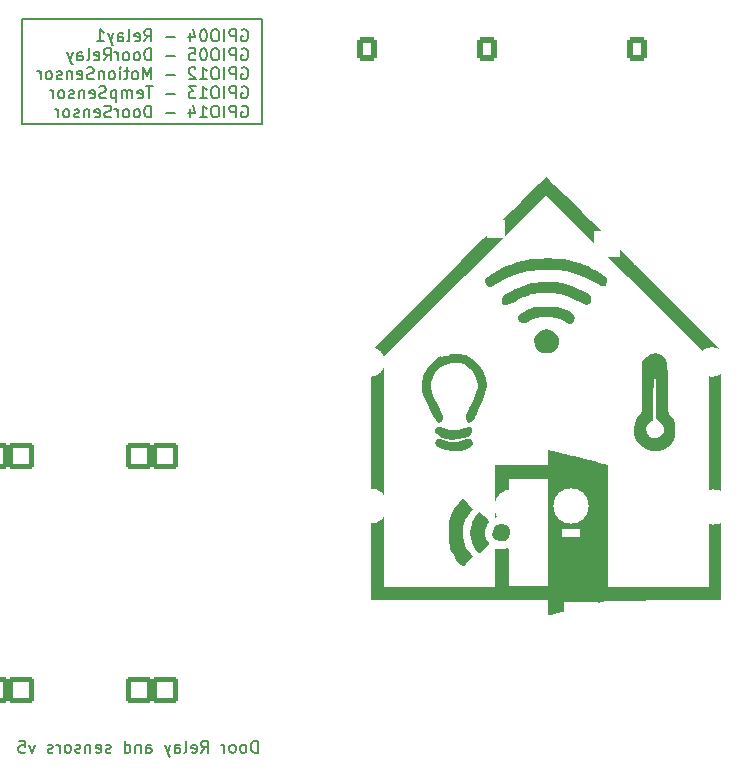
<source format=gbo>
%TF.GenerationSoftware,KiCad,Pcbnew,7.0.10*%
%TF.CreationDate,2024-02-08T08:12:04+01:00*%
%TF.ProjectId,door_relay_sensor,646f6f72-5f72-4656-9c61-795f73656e73,rev?*%
%TF.SameCoordinates,Original*%
%TF.FileFunction,Legend,Bot*%
%TF.FilePolarity,Positive*%
%FSLAX46Y46*%
G04 Gerber Fmt 4.6, Leading zero omitted, Abs format (unit mm)*
G04 Created by KiCad (PCBNEW 7.0.10) date 2024-02-08 08:12:04*
%MOMM*%
%LPD*%
G01*
G04 APERTURE LIST*
G04 Aperture macros list*
%AMRoundRect*
0 Rectangle with rounded corners*
0 $1 Rounding radius*
0 $2 $3 $4 $5 $6 $7 $8 $9 X,Y pos of 4 corners*
0 Add a 4 corners polygon primitive as box body*
4,1,4,$2,$3,$4,$5,$6,$7,$8,$9,$2,$3,0*
0 Add four circle primitives for the rounded corners*
1,1,$1+$1,$2,$3*
1,1,$1+$1,$4,$5*
1,1,$1+$1,$6,$7*
1,1,$1+$1,$8,$9*
0 Add four rect primitives between the rounded corners*
20,1,$1+$1,$2,$3,$4,$5,0*
20,1,$1+$1,$4,$5,$6,$7,0*
20,1,$1+$1,$6,$7,$8,$9,0*
20,1,$1+$1,$8,$9,$2,$3,0*%
G04 Aperture macros list end*
%ADD10C,0.150000*%
%ADD11R,3.000000X3.000000*%
%ADD12C,3.000000*%
%ADD13R,2.200000X2.200000*%
%ADD14O,2.200000X2.200000*%
%ADD15RoundRect,0.250000X-0.600000X-0.750000X0.600000X-0.750000X0.600000X0.750000X-0.600000X0.750000X0*%
%ADD16O,1.700000X2.000000*%
%ADD17R,1.500000X1.500000*%
%ADD18C,1.500000*%
%ADD19C,1.600000*%
%ADD20O,1.600000X1.600000*%
%ADD21RoundRect,0.200000X-0.900000X0.900000X-0.900000X-0.900000X0.900000X-0.900000X0.900000X0.900000X0*%
%ADD22C,2.500000*%
%ADD23RoundRect,0.250000X-0.600000X-0.725000X0.600000X-0.725000X0.600000X0.725000X-0.600000X0.725000X0*%
%ADD24O,1.700000X1.950000*%
%ADD25O,2.000000X1.600000*%
%ADD26R,2.000000X2.000000*%
G04 APERTURE END LIST*
D10*
X75863220Y-90039819D02*
X75863220Y-89039819D01*
X75863220Y-89039819D02*
X75625125Y-89039819D01*
X75625125Y-89039819D02*
X75482268Y-89087438D01*
X75482268Y-89087438D02*
X75387030Y-89182676D01*
X75387030Y-89182676D02*
X75339411Y-89277914D01*
X75339411Y-89277914D02*
X75291792Y-89468390D01*
X75291792Y-89468390D02*
X75291792Y-89611247D01*
X75291792Y-89611247D02*
X75339411Y-89801723D01*
X75339411Y-89801723D02*
X75387030Y-89896961D01*
X75387030Y-89896961D02*
X75482268Y-89992200D01*
X75482268Y-89992200D02*
X75625125Y-90039819D01*
X75625125Y-90039819D02*
X75863220Y-90039819D01*
X74720363Y-90039819D02*
X74815601Y-89992200D01*
X74815601Y-89992200D02*
X74863220Y-89944580D01*
X74863220Y-89944580D02*
X74910839Y-89849342D01*
X74910839Y-89849342D02*
X74910839Y-89563628D01*
X74910839Y-89563628D02*
X74863220Y-89468390D01*
X74863220Y-89468390D02*
X74815601Y-89420771D01*
X74815601Y-89420771D02*
X74720363Y-89373152D01*
X74720363Y-89373152D02*
X74577506Y-89373152D01*
X74577506Y-89373152D02*
X74482268Y-89420771D01*
X74482268Y-89420771D02*
X74434649Y-89468390D01*
X74434649Y-89468390D02*
X74387030Y-89563628D01*
X74387030Y-89563628D02*
X74387030Y-89849342D01*
X74387030Y-89849342D02*
X74434649Y-89944580D01*
X74434649Y-89944580D02*
X74482268Y-89992200D01*
X74482268Y-89992200D02*
X74577506Y-90039819D01*
X74577506Y-90039819D02*
X74720363Y-90039819D01*
X73815601Y-90039819D02*
X73910839Y-89992200D01*
X73910839Y-89992200D02*
X73958458Y-89944580D01*
X73958458Y-89944580D02*
X74006077Y-89849342D01*
X74006077Y-89849342D02*
X74006077Y-89563628D01*
X74006077Y-89563628D02*
X73958458Y-89468390D01*
X73958458Y-89468390D02*
X73910839Y-89420771D01*
X73910839Y-89420771D02*
X73815601Y-89373152D01*
X73815601Y-89373152D02*
X73672744Y-89373152D01*
X73672744Y-89373152D02*
X73577506Y-89420771D01*
X73577506Y-89420771D02*
X73529887Y-89468390D01*
X73529887Y-89468390D02*
X73482268Y-89563628D01*
X73482268Y-89563628D02*
X73482268Y-89849342D01*
X73482268Y-89849342D02*
X73529887Y-89944580D01*
X73529887Y-89944580D02*
X73577506Y-89992200D01*
X73577506Y-89992200D02*
X73672744Y-90039819D01*
X73672744Y-90039819D02*
X73815601Y-90039819D01*
X73053696Y-90039819D02*
X73053696Y-89373152D01*
X73053696Y-89563628D02*
X73006077Y-89468390D01*
X73006077Y-89468390D02*
X72958458Y-89420771D01*
X72958458Y-89420771D02*
X72863220Y-89373152D01*
X72863220Y-89373152D02*
X72767982Y-89373152D01*
X71101315Y-90039819D02*
X71434648Y-89563628D01*
X71672743Y-90039819D02*
X71672743Y-89039819D01*
X71672743Y-89039819D02*
X71291791Y-89039819D01*
X71291791Y-89039819D02*
X71196553Y-89087438D01*
X71196553Y-89087438D02*
X71148934Y-89135057D01*
X71148934Y-89135057D02*
X71101315Y-89230295D01*
X71101315Y-89230295D02*
X71101315Y-89373152D01*
X71101315Y-89373152D02*
X71148934Y-89468390D01*
X71148934Y-89468390D02*
X71196553Y-89516009D01*
X71196553Y-89516009D02*
X71291791Y-89563628D01*
X71291791Y-89563628D02*
X71672743Y-89563628D01*
X70291791Y-89992200D02*
X70387029Y-90039819D01*
X70387029Y-90039819D02*
X70577505Y-90039819D01*
X70577505Y-90039819D02*
X70672743Y-89992200D01*
X70672743Y-89992200D02*
X70720362Y-89896961D01*
X70720362Y-89896961D02*
X70720362Y-89516009D01*
X70720362Y-89516009D02*
X70672743Y-89420771D01*
X70672743Y-89420771D02*
X70577505Y-89373152D01*
X70577505Y-89373152D02*
X70387029Y-89373152D01*
X70387029Y-89373152D02*
X70291791Y-89420771D01*
X70291791Y-89420771D02*
X70244172Y-89516009D01*
X70244172Y-89516009D02*
X70244172Y-89611247D01*
X70244172Y-89611247D02*
X70720362Y-89706485D01*
X69672743Y-90039819D02*
X69767981Y-89992200D01*
X69767981Y-89992200D02*
X69815600Y-89896961D01*
X69815600Y-89896961D02*
X69815600Y-89039819D01*
X68863219Y-90039819D02*
X68863219Y-89516009D01*
X68863219Y-89516009D02*
X68910838Y-89420771D01*
X68910838Y-89420771D02*
X69006076Y-89373152D01*
X69006076Y-89373152D02*
X69196552Y-89373152D01*
X69196552Y-89373152D02*
X69291790Y-89420771D01*
X68863219Y-89992200D02*
X68958457Y-90039819D01*
X68958457Y-90039819D02*
X69196552Y-90039819D01*
X69196552Y-90039819D02*
X69291790Y-89992200D01*
X69291790Y-89992200D02*
X69339409Y-89896961D01*
X69339409Y-89896961D02*
X69339409Y-89801723D01*
X69339409Y-89801723D02*
X69291790Y-89706485D01*
X69291790Y-89706485D02*
X69196552Y-89658866D01*
X69196552Y-89658866D02*
X68958457Y-89658866D01*
X68958457Y-89658866D02*
X68863219Y-89611247D01*
X68482266Y-89373152D02*
X68244171Y-90039819D01*
X68006076Y-89373152D02*
X68244171Y-90039819D01*
X68244171Y-90039819D02*
X68339409Y-90277914D01*
X68339409Y-90277914D02*
X68387028Y-90325533D01*
X68387028Y-90325533D02*
X68482266Y-90373152D01*
X66434647Y-90039819D02*
X66434647Y-89516009D01*
X66434647Y-89516009D02*
X66482266Y-89420771D01*
X66482266Y-89420771D02*
X66577504Y-89373152D01*
X66577504Y-89373152D02*
X66767980Y-89373152D01*
X66767980Y-89373152D02*
X66863218Y-89420771D01*
X66434647Y-89992200D02*
X66529885Y-90039819D01*
X66529885Y-90039819D02*
X66767980Y-90039819D01*
X66767980Y-90039819D02*
X66863218Y-89992200D01*
X66863218Y-89992200D02*
X66910837Y-89896961D01*
X66910837Y-89896961D02*
X66910837Y-89801723D01*
X66910837Y-89801723D02*
X66863218Y-89706485D01*
X66863218Y-89706485D02*
X66767980Y-89658866D01*
X66767980Y-89658866D02*
X66529885Y-89658866D01*
X66529885Y-89658866D02*
X66434647Y-89611247D01*
X65958456Y-89373152D02*
X65958456Y-90039819D01*
X65958456Y-89468390D02*
X65910837Y-89420771D01*
X65910837Y-89420771D02*
X65815599Y-89373152D01*
X65815599Y-89373152D02*
X65672742Y-89373152D01*
X65672742Y-89373152D02*
X65577504Y-89420771D01*
X65577504Y-89420771D02*
X65529885Y-89516009D01*
X65529885Y-89516009D02*
X65529885Y-90039819D01*
X64625123Y-90039819D02*
X64625123Y-89039819D01*
X64625123Y-89992200D02*
X64720361Y-90039819D01*
X64720361Y-90039819D02*
X64910837Y-90039819D01*
X64910837Y-90039819D02*
X65006075Y-89992200D01*
X65006075Y-89992200D02*
X65053694Y-89944580D01*
X65053694Y-89944580D02*
X65101313Y-89849342D01*
X65101313Y-89849342D02*
X65101313Y-89563628D01*
X65101313Y-89563628D02*
X65053694Y-89468390D01*
X65053694Y-89468390D02*
X65006075Y-89420771D01*
X65006075Y-89420771D02*
X64910837Y-89373152D01*
X64910837Y-89373152D02*
X64720361Y-89373152D01*
X64720361Y-89373152D02*
X64625123Y-89420771D01*
X63434646Y-89992200D02*
X63339408Y-90039819D01*
X63339408Y-90039819D02*
X63148932Y-90039819D01*
X63148932Y-90039819D02*
X63053694Y-89992200D01*
X63053694Y-89992200D02*
X63006075Y-89896961D01*
X63006075Y-89896961D02*
X63006075Y-89849342D01*
X63006075Y-89849342D02*
X63053694Y-89754104D01*
X63053694Y-89754104D02*
X63148932Y-89706485D01*
X63148932Y-89706485D02*
X63291789Y-89706485D01*
X63291789Y-89706485D02*
X63387027Y-89658866D01*
X63387027Y-89658866D02*
X63434646Y-89563628D01*
X63434646Y-89563628D02*
X63434646Y-89516009D01*
X63434646Y-89516009D02*
X63387027Y-89420771D01*
X63387027Y-89420771D02*
X63291789Y-89373152D01*
X63291789Y-89373152D02*
X63148932Y-89373152D01*
X63148932Y-89373152D02*
X63053694Y-89420771D01*
X62196551Y-89992200D02*
X62291789Y-90039819D01*
X62291789Y-90039819D02*
X62482265Y-90039819D01*
X62482265Y-90039819D02*
X62577503Y-89992200D01*
X62577503Y-89992200D02*
X62625122Y-89896961D01*
X62625122Y-89896961D02*
X62625122Y-89516009D01*
X62625122Y-89516009D02*
X62577503Y-89420771D01*
X62577503Y-89420771D02*
X62482265Y-89373152D01*
X62482265Y-89373152D02*
X62291789Y-89373152D01*
X62291789Y-89373152D02*
X62196551Y-89420771D01*
X62196551Y-89420771D02*
X62148932Y-89516009D01*
X62148932Y-89516009D02*
X62148932Y-89611247D01*
X62148932Y-89611247D02*
X62625122Y-89706485D01*
X61720360Y-89373152D02*
X61720360Y-90039819D01*
X61720360Y-89468390D02*
X61672741Y-89420771D01*
X61672741Y-89420771D02*
X61577503Y-89373152D01*
X61577503Y-89373152D02*
X61434646Y-89373152D01*
X61434646Y-89373152D02*
X61339408Y-89420771D01*
X61339408Y-89420771D02*
X61291789Y-89516009D01*
X61291789Y-89516009D02*
X61291789Y-90039819D01*
X60863217Y-89992200D02*
X60767979Y-90039819D01*
X60767979Y-90039819D02*
X60577503Y-90039819D01*
X60577503Y-90039819D02*
X60482265Y-89992200D01*
X60482265Y-89992200D02*
X60434646Y-89896961D01*
X60434646Y-89896961D02*
X60434646Y-89849342D01*
X60434646Y-89849342D02*
X60482265Y-89754104D01*
X60482265Y-89754104D02*
X60577503Y-89706485D01*
X60577503Y-89706485D02*
X60720360Y-89706485D01*
X60720360Y-89706485D02*
X60815598Y-89658866D01*
X60815598Y-89658866D02*
X60863217Y-89563628D01*
X60863217Y-89563628D02*
X60863217Y-89516009D01*
X60863217Y-89516009D02*
X60815598Y-89420771D01*
X60815598Y-89420771D02*
X60720360Y-89373152D01*
X60720360Y-89373152D02*
X60577503Y-89373152D01*
X60577503Y-89373152D02*
X60482265Y-89420771D01*
X59863217Y-90039819D02*
X59958455Y-89992200D01*
X59958455Y-89992200D02*
X60006074Y-89944580D01*
X60006074Y-89944580D02*
X60053693Y-89849342D01*
X60053693Y-89849342D02*
X60053693Y-89563628D01*
X60053693Y-89563628D02*
X60006074Y-89468390D01*
X60006074Y-89468390D02*
X59958455Y-89420771D01*
X59958455Y-89420771D02*
X59863217Y-89373152D01*
X59863217Y-89373152D02*
X59720360Y-89373152D01*
X59720360Y-89373152D02*
X59625122Y-89420771D01*
X59625122Y-89420771D02*
X59577503Y-89468390D01*
X59577503Y-89468390D02*
X59529884Y-89563628D01*
X59529884Y-89563628D02*
X59529884Y-89849342D01*
X59529884Y-89849342D02*
X59577503Y-89944580D01*
X59577503Y-89944580D02*
X59625122Y-89992200D01*
X59625122Y-89992200D02*
X59720360Y-90039819D01*
X59720360Y-90039819D02*
X59863217Y-90039819D01*
X59101312Y-90039819D02*
X59101312Y-89373152D01*
X59101312Y-89563628D02*
X59053693Y-89468390D01*
X59053693Y-89468390D02*
X59006074Y-89420771D01*
X59006074Y-89420771D02*
X58910836Y-89373152D01*
X58910836Y-89373152D02*
X58815598Y-89373152D01*
X58529883Y-89992200D02*
X58434645Y-90039819D01*
X58434645Y-90039819D02*
X58244169Y-90039819D01*
X58244169Y-90039819D02*
X58148931Y-89992200D01*
X58148931Y-89992200D02*
X58101312Y-89896961D01*
X58101312Y-89896961D02*
X58101312Y-89849342D01*
X58101312Y-89849342D02*
X58148931Y-89754104D01*
X58148931Y-89754104D02*
X58244169Y-89706485D01*
X58244169Y-89706485D02*
X58387026Y-89706485D01*
X58387026Y-89706485D02*
X58482264Y-89658866D01*
X58482264Y-89658866D02*
X58529883Y-89563628D01*
X58529883Y-89563628D02*
X58529883Y-89516009D01*
X58529883Y-89516009D02*
X58482264Y-89420771D01*
X58482264Y-89420771D02*
X58387026Y-89373152D01*
X58387026Y-89373152D02*
X58244169Y-89373152D01*
X58244169Y-89373152D02*
X58148931Y-89420771D01*
X57006073Y-89373152D02*
X56767978Y-90039819D01*
X56767978Y-90039819D02*
X56529883Y-89373152D01*
X55672740Y-89039819D02*
X56148930Y-89039819D01*
X56148930Y-89039819D02*
X56196549Y-89516009D01*
X56196549Y-89516009D02*
X56148930Y-89468390D01*
X56148930Y-89468390D02*
X56053692Y-89420771D01*
X56053692Y-89420771D02*
X55815597Y-89420771D01*
X55815597Y-89420771D02*
X55720359Y-89468390D01*
X55720359Y-89468390D02*
X55672740Y-89516009D01*
X55672740Y-89516009D02*
X55625121Y-89611247D01*
X55625121Y-89611247D02*
X55625121Y-89849342D01*
X55625121Y-89849342D02*
X55672740Y-89944580D01*
X55672740Y-89944580D02*
X55720359Y-89992200D01*
X55720359Y-89992200D02*
X55815597Y-90039819D01*
X55815597Y-90039819D02*
X56053692Y-90039819D01*
X56053692Y-90039819D02*
X56148930Y-89992200D01*
X56148930Y-89992200D02*
X56196549Y-89944580D01*
X74514411Y-28852438D02*
X74609649Y-28804819D01*
X74609649Y-28804819D02*
X74752506Y-28804819D01*
X74752506Y-28804819D02*
X74895363Y-28852438D01*
X74895363Y-28852438D02*
X74990601Y-28947676D01*
X74990601Y-28947676D02*
X75038220Y-29042914D01*
X75038220Y-29042914D02*
X75085839Y-29233390D01*
X75085839Y-29233390D02*
X75085839Y-29376247D01*
X75085839Y-29376247D02*
X75038220Y-29566723D01*
X75038220Y-29566723D02*
X74990601Y-29661961D01*
X74990601Y-29661961D02*
X74895363Y-29757200D01*
X74895363Y-29757200D02*
X74752506Y-29804819D01*
X74752506Y-29804819D02*
X74657268Y-29804819D01*
X74657268Y-29804819D02*
X74514411Y-29757200D01*
X74514411Y-29757200D02*
X74466792Y-29709580D01*
X74466792Y-29709580D02*
X74466792Y-29376247D01*
X74466792Y-29376247D02*
X74657268Y-29376247D01*
X74038220Y-29804819D02*
X74038220Y-28804819D01*
X74038220Y-28804819D02*
X73657268Y-28804819D01*
X73657268Y-28804819D02*
X73562030Y-28852438D01*
X73562030Y-28852438D02*
X73514411Y-28900057D01*
X73514411Y-28900057D02*
X73466792Y-28995295D01*
X73466792Y-28995295D02*
X73466792Y-29138152D01*
X73466792Y-29138152D02*
X73514411Y-29233390D01*
X73514411Y-29233390D02*
X73562030Y-29281009D01*
X73562030Y-29281009D02*
X73657268Y-29328628D01*
X73657268Y-29328628D02*
X74038220Y-29328628D01*
X73038220Y-29804819D02*
X73038220Y-28804819D01*
X72371554Y-28804819D02*
X72181078Y-28804819D01*
X72181078Y-28804819D02*
X72085840Y-28852438D01*
X72085840Y-28852438D02*
X71990602Y-28947676D01*
X71990602Y-28947676D02*
X71942983Y-29138152D01*
X71942983Y-29138152D02*
X71942983Y-29471485D01*
X71942983Y-29471485D02*
X71990602Y-29661961D01*
X71990602Y-29661961D02*
X72085840Y-29757200D01*
X72085840Y-29757200D02*
X72181078Y-29804819D01*
X72181078Y-29804819D02*
X72371554Y-29804819D01*
X72371554Y-29804819D02*
X72466792Y-29757200D01*
X72466792Y-29757200D02*
X72562030Y-29661961D01*
X72562030Y-29661961D02*
X72609649Y-29471485D01*
X72609649Y-29471485D02*
X72609649Y-29138152D01*
X72609649Y-29138152D02*
X72562030Y-28947676D01*
X72562030Y-28947676D02*
X72466792Y-28852438D01*
X72466792Y-28852438D02*
X72371554Y-28804819D01*
X71323935Y-28804819D02*
X71228697Y-28804819D01*
X71228697Y-28804819D02*
X71133459Y-28852438D01*
X71133459Y-28852438D02*
X71085840Y-28900057D01*
X71085840Y-28900057D02*
X71038221Y-28995295D01*
X71038221Y-28995295D02*
X70990602Y-29185771D01*
X70990602Y-29185771D02*
X70990602Y-29423866D01*
X70990602Y-29423866D02*
X71038221Y-29614342D01*
X71038221Y-29614342D02*
X71085840Y-29709580D01*
X71085840Y-29709580D02*
X71133459Y-29757200D01*
X71133459Y-29757200D02*
X71228697Y-29804819D01*
X71228697Y-29804819D02*
X71323935Y-29804819D01*
X71323935Y-29804819D02*
X71419173Y-29757200D01*
X71419173Y-29757200D02*
X71466792Y-29709580D01*
X71466792Y-29709580D02*
X71514411Y-29614342D01*
X71514411Y-29614342D02*
X71562030Y-29423866D01*
X71562030Y-29423866D02*
X71562030Y-29185771D01*
X71562030Y-29185771D02*
X71514411Y-28995295D01*
X71514411Y-28995295D02*
X71466792Y-28900057D01*
X71466792Y-28900057D02*
X71419173Y-28852438D01*
X71419173Y-28852438D02*
X71323935Y-28804819D01*
X70133459Y-29138152D02*
X70133459Y-29804819D01*
X70371554Y-28757200D02*
X70609649Y-29471485D01*
X70609649Y-29471485D02*
X69990602Y-29471485D01*
X68847744Y-29423866D02*
X68085840Y-29423866D01*
X66276316Y-29804819D02*
X66609649Y-29328628D01*
X66847744Y-29804819D02*
X66847744Y-28804819D01*
X66847744Y-28804819D02*
X66466792Y-28804819D01*
X66466792Y-28804819D02*
X66371554Y-28852438D01*
X66371554Y-28852438D02*
X66323935Y-28900057D01*
X66323935Y-28900057D02*
X66276316Y-28995295D01*
X66276316Y-28995295D02*
X66276316Y-29138152D01*
X66276316Y-29138152D02*
X66323935Y-29233390D01*
X66323935Y-29233390D02*
X66371554Y-29281009D01*
X66371554Y-29281009D02*
X66466792Y-29328628D01*
X66466792Y-29328628D02*
X66847744Y-29328628D01*
X65466792Y-29757200D02*
X65562030Y-29804819D01*
X65562030Y-29804819D02*
X65752506Y-29804819D01*
X65752506Y-29804819D02*
X65847744Y-29757200D01*
X65847744Y-29757200D02*
X65895363Y-29661961D01*
X65895363Y-29661961D02*
X65895363Y-29281009D01*
X65895363Y-29281009D02*
X65847744Y-29185771D01*
X65847744Y-29185771D02*
X65752506Y-29138152D01*
X65752506Y-29138152D02*
X65562030Y-29138152D01*
X65562030Y-29138152D02*
X65466792Y-29185771D01*
X65466792Y-29185771D02*
X65419173Y-29281009D01*
X65419173Y-29281009D02*
X65419173Y-29376247D01*
X65419173Y-29376247D02*
X65895363Y-29471485D01*
X64847744Y-29804819D02*
X64942982Y-29757200D01*
X64942982Y-29757200D02*
X64990601Y-29661961D01*
X64990601Y-29661961D02*
X64990601Y-28804819D01*
X64038220Y-29804819D02*
X64038220Y-29281009D01*
X64038220Y-29281009D02*
X64085839Y-29185771D01*
X64085839Y-29185771D02*
X64181077Y-29138152D01*
X64181077Y-29138152D02*
X64371553Y-29138152D01*
X64371553Y-29138152D02*
X64466791Y-29185771D01*
X64038220Y-29757200D02*
X64133458Y-29804819D01*
X64133458Y-29804819D02*
X64371553Y-29804819D01*
X64371553Y-29804819D02*
X64466791Y-29757200D01*
X64466791Y-29757200D02*
X64514410Y-29661961D01*
X64514410Y-29661961D02*
X64514410Y-29566723D01*
X64514410Y-29566723D02*
X64466791Y-29471485D01*
X64466791Y-29471485D02*
X64371553Y-29423866D01*
X64371553Y-29423866D02*
X64133458Y-29423866D01*
X64133458Y-29423866D02*
X64038220Y-29376247D01*
X63657267Y-29138152D02*
X63419172Y-29804819D01*
X63181077Y-29138152D02*
X63419172Y-29804819D01*
X63419172Y-29804819D02*
X63514410Y-30042914D01*
X63514410Y-30042914D02*
X63562029Y-30090533D01*
X63562029Y-30090533D02*
X63657267Y-30138152D01*
X62276315Y-29804819D02*
X62847743Y-29804819D01*
X62562029Y-29804819D02*
X62562029Y-28804819D01*
X62562029Y-28804819D02*
X62657267Y-28947676D01*
X62657267Y-28947676D02*
X62752505Y-29042914D01*
X62752505Y-29042914D02*
X62847743Y-29090533D01*
X74514411Y-30462438D02*
X74609649Y-30414819D01*
X74609649Y-30414819D02*
X74752506Y-30414819D01*
X74752506Y-30414819D02*
X74895363Y-30462438D01*
X74895363Y-30462438D02*
X74990601Y-30557676D01*
X74990601Y-30557676D02*
X75038220Y-30652914D01*
X75038220Y-30652914D02*
X75085839Y-30843390D01*
X75085839Y-30843390D02*
X75085839Y-30986247D01*
X75085839Y-30986247D02*
X75038220Y-31176723D01*
X75038220Y-31176723D02*
X74990601Y-31271961D01*
X74990601Y-31271961D02*
X74895363Y-31367200D01*
X74895363Y-31367200D02*
X74752506Y-31414819D01*
X74752506Y-31414819D02*
X74657268Y-31414819D01*
X74657268Y-31414819D02*
X74514411Y-31367200D01*
X74514411Y-31367200D02*
X74466792Y-31319580D01*
X74466792Y-31319580D02*
X74466792Y-30986247D01*
X74466792Y-30986247D02*
X74657268Y-30986247D01*
X74038220Y-31414819D02*
X74038220Y-30414819D01*
X74038220Y-30414819D02*
X73657268Y-30414819D01*
X73657268Y-30414819D02*
X73562030Y-30462438D01*
X73562030Y-30462438D02*
X73514411Y-30510057D01*
X73514411Y-30510057D02*
X73466792Y-30605295D01*
X73466792Y-30605295D02*
X73466792Y-30748152D01*
X73466792Y-30748152D02*
X73514411Y-30843390D01*
X73514411Y-30843390D02*
X73562030Y-30891009D01*
X73562030Y-30891009D02*
X73657268Y-30938628D01*
X73657268Y-30938628D02*
X74038220Y-30938628D01*
X73038220Y-31414819D02*
X73038220Y-30414819D01*
X72371554Y-30414819D02*
X72181078Y-30414819D01*
X72181078Y-30414819D02*
X72085840Y-30462438D01*
X72085840Y-30462438D02*
X71990602Y-30557676D01*
X71990602Y-30557676D02*
X71942983Y-30748152D01*
X71942983Y-30748152D02*
X71942983Y-31081485D01*
X71942983Y-31081485D02*
X71990602Y-31271961D01*
X71990602Y-31271961D02*
X72085840Y-31367200D01*
X72085840Y-31367200D02*
X72181078Y-31414819D01*
X72181078Y-31414819D02*
X72371554Y-31414819D01*
X72371554Y-31414819D02*
X72466792Y-31367200D01*
X72466792Y-31367200D02*
X72562030Y-31271961D01*
X72562030Y-31271961D02*
X72609649Y-31081485D01*
X72609649Y-31081485D02*
X72609649Y-30748152D01*
X72609649Y-30748152D02*
X72562030Y-30557676D01*
X72562030Y-30557676D02*
X72466792Y-30462438D01*
X72466792Y-30462438D02*
X72371554Y-30414819D01*
X71323935Y-30414819D02*
X71228697Y-30414819D01*
X71228697Y-30414819D02*
X71133459Y-30462438D01*
X71133459Y-30462438D02*
X71085840Y-30510057D01*
X71085840Y-30510057D02*
X71038221Y-30605295D01*
X71038221Y-30605295D02*
X70990602Y-30795771D01*
X70990602Y-30795771D02*
X70990602Y-31033866D01*
X70990602Y-31033866D02*
X71038221Y-31224342D01*
X71038221Y-31224342D02*
X71085840Y-31319580D01*
X71085840Y-31319580D02*
X71133459Y-31367200D01*
X71133459Y-31367200D02*
X71228697Y-31414819D01*
X71228697Y-31414819D02*
X71323935Y-31414819D01*
X71323935Y-31414819D02*
X71419173Y-31367200D01*
X71419173Y-31367200D02*
X71466792Y-31319580D01*
X71466792Y-31319580D02*
X71514411Y-31224342D01*
X71514411Y-31224342D02*
X71562030Y-31033866D01*
X71562030Y-31033866D02*
X71562030Y-30795771D01*
X71562030Y-30795771D02*
X71514411Y-30605295D01*
X71514411Y-30605295D02*
X71466792Y-30510057D01*
X71466792Y-30510057D02*
X71419173Y-30462438D01*
X71419173Y-30462438D02*
X71323935Y-30414819D01*
X70085840Y-30414819D02*
X70562030Y-30414819D01*
X70562030Y-30414819D02*
X70609649Y-30891009D01*
X70609649Y-30891009D02*
X70562030Y-30843390D01*
X70562030Y-30843390D02*
X70466792Y-30795771D01*
X70466792Y-30795771D02*
X70228697Y-30795771D01*
X70228697Y-30795771D02*
X70133459Y-30843390D01*
X70133459Y-30843390D02*
X70085840Y-30891009D01*
X70085840Y-30891009D02*
X70038221Y-30986247D01*
X70038221Y-30986247D02*
X70038221Y-31224342D01*
X70038221Y-31224342D02*
X70085840Y-31319580D01*
X70085840Y-31319580D02*
X70133459Y-31367200D01*
X70133459Y-31367200D02*
X70228697Y-31414819D01*
X70228697Y-31414819D02*
X70466792Y-31414819D01*
X70466792Y-31414819D02*
X70562030Y-31367200D01*
X70562030Y-31367200D02*
X70609649Y-31319580D01*
X68847744Y-31033866D02*
X68085840Y-31033866D01*
X66847744Y-31414819D02*
X66847744Y-30414819D01*
X66847744Y-30414819D02*
X66609649Y-30414819D01*
X66609649Y-30414819D02*
X66466792Y-30462438D01*
X66466792Y-30462438D02*
X66371554Y-30557676D01*
X66371554Y-30557676D02*
X66323935Y-30652914D01*
X66323935Y-30652914D02*
X66276316Y-30843390D01*
X66276316Y-30843390D02*
X66276316Y-30986247D01*
X66276316Y-30986247D02*
X66323935Y-31176723D01*
X66323935Y-31176723D02*
X66371554Y-31271961D01*
X66371554Y-31271961D02*
X66466792Y-31367200D01*
X66466792Y-31367200D02*
X66609649Y-31414819D01*
X66609649Y-31414819D02*
X66847744Y-31414819D01*
X65704887Y-31414819D02*
X65800125Y-31367200D01*
X65800125Y-31367200D02*
X65847744Y-31319580D01*
X65847744Y-31319580D02*
X65895363Y-31224342D01*
X65895363Y-31224342D02*
X65895363Y-30938628D01*
X65895363Y-30938628D02*
X65847744Y-30843390D01*
X65847744Y-30843390D02*
X65800125Y-30795771D01*
X65800125Y-30795771D02*
X65704887Y-30748152D01*
X65704887Y-30748152D02*
X65562030Y-30748152D01*
X65562030Y-30748152D02*
X65466792Y-30795771D01*
X65466792Y-30795771D02*
X65419173Y-30843390D01*
X65419173Y-30843390D02*
X65371554Y-30938628D01*
X65371554Y-30938628D02*
X65371554Y-31224342D01*
X65371554Y-31224342D02*
X65419173Y-31319580D01*
X65419173Y-31319580D02*
X65466792Y-31367200D01*
X65466792Y-31367200D02*
X65562030Y-31414819D01*
X65562030Y-31414819D02*
X65704887Y-31414819D01*
X64800125Y-31414819D02*
X64895363Y-31367200D01*
X64895363Y-31367200D02*
X64942982Y-31319580D01*
X64942982Y-31319580D02*
X64990601Y-31224342D01*
X64990601Y-31224342D02*
X64990601Y-30938628D01*
X64990601Y-30938628D02*
X64942982Y-30843390D01*
X64942982Y-30843390D02*
X64895363Y-30795771D01*
X64895363Y-30795771D02*
X64800125Y-30748152D01*
X64800125Y-30748152D02*
X64657268Y-30748152D01*
X64657268Y-30748152D02*
X64562030Y-30795771D01*
X64562030Y-30795771D02*
X64514411Y-30843390D01*
X64514411Y-30843390D02*
X64466792Y-30938628D01*
X64466792Y-30938628D02*
X64466792Y-31224342D01*
X64466792Y-31224342D02*
X64514411Y-31319580D01*
X64514411Y-31319580D02*
X64562030Y-31367200D01*
X64562030Y-31367200D02*
X64657268Y-31414819D01*
X64657268Y-31414819D02*
X64800125Y-31414819D01*
X64038220Y-31414819D02*
X64038220Y-30748152D01*
X64038220Y-30938628D02*
X63990601Y-30843390D01*
X63990601Y-30843390D02*
X63942982Y-30795771D01*
X63942982Y-30795771D02*
X63847744Y-30748152D01*
X63847744Y-30748152D02*
X63752506Y-30748152D01*
X62847744Y-31414819D02*
X63181077Y-30938628D01*
X63419172Y-31414819D02*
X63419172Y-30414819D01*
X63419172Y-30414819D02*
X63038220Y-30414819D01*
X63038220Y-30414819D02*
X62942982Y-30462438D01*
X62942982Y-30462438D02*
X62895363Y-30510057D01*
X62895363Y-30510057D02*
X62847744Y-30605295D01*
X62847744Y-30605295D02*
X62847744Y-30748152D01*
X62847744Y-30748152D02*
X62895363Y-30843390D01*
X62895363Y-30843390D02*
X62942982Y-30891009D01*
X62942982Y-30891009D02*
X63038220Y-30938628D01*
X63038220Y-30938628D02*
X63419172Y-30938628D01*
X62038220Y-31367200D02*
X62133458Y-31414819D01*
X62133458Y-31414819D02*
X62323934Y-31414819D01*
X62323934Y-31414819D02*
X62419172Y-31367200D01*
X62419172Y-31367200D02*
X62466791Y-31271961D01*
X62466791Y-31271961D02*
X62466791Y-30891009D01*
X62466791Y-30891009D02*
X62419172Y-30795771D01*
X62419172Y-30795771D02*
X62323934Y-30748152D01*
X62323934Y-30748152D02*
X62133458Y-30748152D01*
X62133458Y-30748152D02*
X62038220Y-30795771D01*
X62038220Y-30795771D02*
X61990601Y-30891009D01*
X61990601Y-30891009D02*
X61990601Y-30986247D01*
X61990601Y-30986247D02*
X62466791Y-31081485D01*
X61419172Y-31414819D02*
X61514410Y-31367200D01*
X61514410Y-31367200D02*
X61562029Y-31271961D01*
X61562029Y-31271961D02*
X61562029Y-30414819D01*
X60609648Y-31414819D02*
X60609648Y-30891009D01*
X60609648Y-30891009D02*
X60657267Y-30795771D01*
X60657267Y-30795771D02*
X60752505Y-30748152D01*
X60752505Y-30748152D02*
X60942981Y-30748152D01*
X60942981Y-30748152D02*
X61038219Y-30795771D01*
X60609648Y-31367200D02*
X60704886Y-31414819D01*
X60704886Y-31414819D02*
X60942981Y-31414819D01*
X60942981Y-31414819D02*
X61038219Y-31367200D01*
X61038219Y-31367200D02*
X61085838Y-31271961D01*
X61085838Y-31271961D02*
X61085838Y-31176723D01*
X61085838Y-31176723D02*
X61038219Y-31081485D01*
X61038219Y-31081485D02*
X60942981Y-31033866D01*
X60942981Y-31033866D02*
X60704886Y-31033866D01*
X60704886Y-31033866D02*
X60609648Y-30986247D01*
X60228695Y-30748152D02*
X59990600Y-31414819D01*
X59752505Y-30748152D02*
X59990600Y-31414819D01*
X59990600Y-31414819D02*
X60085838Y-31652914D01*
X60085838Y-31652914D02*
X60133457Y-31700533D01*
X60133457Y-31700533D02*
X60228695Y-31748152D01*
X74514411Y-32072438D02*
X74609649Y-32024819D01*
X74609649Y-32024819D02*
X74752506Y-32024819D01*
X74752506Y-32024819D02*
X74895363Y-32072438D01*
X74895363Y-32072438D02*
X74990601Y-32167676D01*
X74990601Y-32167676D02*
X75038220Y-32262914D01*
X75038220Y-32262914D02*
X75085839Y-32453390D01*
X75085839Y-32453390D02*
X75085839Y-32596247D01*
X75085839Y-32596247D02*
X75038220Y-32786723D01*
X75038220Y-32786723D02*
X74990601Y-32881961D01*
X74990601Y-32881961D02*
X74895363Y-32977200D01*
X74895363Y-32977200D02*
X74752506Y-33024819D01*
X74752506Y-33024819D02*
X74657268Y-33024819D01*
X74657268Y-33024819D02*
X74514411Y-32977200D01*
X74514411Y-32977200D02*
X74466792Y-32929580D01*
X74466792Y-32929580D02*
X74466792Y-32596247D01*
X74466792Y-32596247D02*
X74657268Y-32596247D01*
X74038220Y-33024819D02*
X74038220Y-32024819D01*
X74038220Y-32024819D02*
X73657268Y-32024819D01*
X73657268Y-32024819D02*
X73562030Y-32072438D01*
X73562030Y-32072438D02*
X73514411Y-32120057D01*
X73514411Y-32120057D02*
X73466792Y-32215295D01*
X73466792Y-32215295D02*
X73466792Y-32358152D01*
X73466792Y-32358152D02*
X73514411Y-32453390D01*
X73514411Y-32453390D02*
X73562030Y-32501009D01*
X73562030Y-32501009D02*
X73657268Y-32548628D01*
X73657268Y-32548628D02*
X74038220Y-32548628D01*
X73038220Y-33024819D02*
X73038220Y-32024819D01*
X72371554Y-32024819D02*
X72181078Y-32024819D01*
X72181078Y-32024819D02*
X72085840Y-32072438D01*
X72085840Y-32072438D02*
X71990602Y-32167676D01*
X71990602Y-32167676D02*
X71942983Y-32358152D01*
X71942983Y-32358152D02*
X71942983Y-32691485D01*
X71942983Y-32691485D02*
X71990602Y-32881961D01*
X71990602Y-32881961D02*
X72085840Y-32977200D01*
X72085840Y-32977200D02*
X72181078Y-33024819D01*
X72181078Y-33024819D02*
X72371554Y-33024819D01*
X72371554Y-33024819D02*
X72466792Y-32977200D01*
X72466792Y-32977200D02*
X72562030Y-32881961D01*
X72562030Y-32881961D02*
X72609649Y-32691485D01*
X72609649Y-32691485D02*
X72609649Y-32358152D01*
X72609649Y-32358152D02*
X72562030Y-32167676D01*
X72562030Y-32167676D02*
X72466792Y-32072438D01*
X72466792Y-32072438D02*
X72371554Y-32024819D01*
X70990602Y-33024819D02*
X71562030Y-33024819D01*
X71276316Y-33024819D02*
X71276316Y-32024819D01*
X71276316Y-32024819D02*
X71371554Y-32167676D01*
X71371554Y-32167676D02*
X71466792Y-32262914D01*
X71466792Y-32262914D02*
X71562030Y-32310533D01*
X70609649Y-32120057D02*
X70562030Y-32072438D01*
X70562030Y-32072438D02*
X70466792Y-32024819D01*
X70466792Y-32024819D02*
X70228697Y-32024819D01*
X70228697Y-32024819D02*
X70133459Y-32072438D01*
X70133459Y-32072438D02*
X70085840Y-32120057D01*
X70085840Y-32120057D02*
X70038221Y-32215295D01*
X70038221Y-32215295D02*
X70038221Y-32310533D01*
X70038221Y-32310533D02*
X70085840Y-32453390D01*
X70085840Y-32453390D02*
X70657268Y-33024819D01*
X70657268Y-33024819D02*
X70038221Y-33024819D01*
X68847744Y-32643866D02*
X68085840Y-32643866D01*
X66847744Y-33024819D02*
X66847744Y-32024819D01*
X66847744Y-32024819D02*
X66514411Y-32739104D01*
X66514411Y-32739104D02*
X66181078Y-32024819D01*
X66181078Y-32024819D02*
X66181078Y-33024819D01*
X65562030Y-33024819D02*
X65657268Y-32977200D01*
X65657268Y-32977200D02*
X65704887Y-32929580D01*
X65704887Y-32929580D02*
X65752506Y-32834342D01*
X65752506Y-32834342D02*
X65752506Y-32548628D01*
X65752506Y-32548628D02*
X65704887Y-32453390D01*
X65704887Y-32453390D02*
X65657268Y-32405771D01*
X65657268Y-32405771D02*
X65562030Y-32358152D01*
X65562030Y-32358152D02*
X65419173Y-32358152D01*
X65419173Y-32358152D02*
X65323935Y-32405771D01*
X65323935Y-32405771D02*
X65276316Y-32453390D01*
X65276316Y-32453390D02*
X65228697Y-32548628D01*
X65228697Y-32548628D02*
X65228697Y-32834342D01*
X65228697Y-32834342D02*
X65276316Y-32929580D01*
X65276316Y-32929580D02*
X65323935Y-32977200D01*
X65323935Y-32977200D02*
X65419173Y-33024819D01*
X65419173Y-33024819D02*
X65562030Y-33024819D01*
X64942982Y-32358152D02*
X64562030Y-32358152D01*
X64800125Y-32024819D02*
X64800125Y-32881961D01*
X64800125Y-32881961D02*
X64752506Y-32977200D01*
X64752506Y-32977200D02*
X64657268Y-33024819D01*
X64657268Y-33024819D02*
X64562030Y-33024819D01*
X64228696Y-33024819D02*
X64228696Y-32358152D01*
X64228696Y-32024819D02*
X64276315Y-32072438D01*
X64276315Y-32072438D02*
X64228696Y-32120057D01*
X64228696Y-32120057D02*
X64181077Y-32072438D01*
X64181077Y-32072438D02*
X64228696Y-32024819D01*
X64228696Y-32024819D02*
X64228696Y-32120057D01*
X63609649Y-33024819D02*
X63704887Y-32977200D01*
X63704887Y-32977200D02*
X63752506Y-32929580D01*
X63752506Y-32929580D02*
X63800125Y-32834342D01*
X63800125Y-32834342D02*
X63800125Y-32548628D01*
X63800125Y-32548628D02*
X63752506Y-32453390D01*
X63752506Y-32453390D02*
X63704887Y-32405771D01*
X63704887Y-32405771D02*
X63609649Y-32358152D01*
X63609649Y-32358152D02*
X63466792Y-32358152D01*
X63466792Y-32358152D02*
X63371554Y-32405771D01*
X63371554Y-32405771D02*
X63323935Y-32453390D01*
X63323935Y-32453390D02*
X63276316Y-32548628D01*
X63276316Y-32548628D02*
X63276316Y-32834342D01*
X63276316Y-32834342D02*
X63323935Y-32929580D01*
X63323935Y-32929580D02*
X63371554Y-32977200D01*
X63371554Y-32977200D02*
X63466792Y-33024819D01*
X63466792Y-33024819D02*
X63609649Y-33024819D01*
X62847744Y-32358152D02*
X62847744Y-33024819D01*
X62847744Y-32453390D02*
X62800125Y-32405771D01*
X62800125Y-32405771D02*
X62704887Y-32358152D01*
X62704887Y-32358152D02*
X62562030Y-32358152D01*
X62562030Y-32358152D02*
X62466792Y-32405771D01*
X62466792Y-32405771D02*
X62419173Y-32501009D01*
X62419173Y-32501009D02*
X62419173Y-33024819D01*
X61990601Y-32977200D02*
X61847744Y-33024819D01*
X61847744Y-33024819D02*
X61609649Y-33024819D01*
X61609649Y-33024819D02*
X61514411Y-32977200D01*
X61514411Y-32977200D02*
X61466792Y-32929580D01*
X61466792Y-32929580D02*
X61419173Y-32834342D01*
X61419173Y-32834342D02*
X61419173Y-32739104D01*
X61419173Y-32739104D02*
X61466792Y-32643866D01*
X61466792Y-32643866D02*
X61514411Y-32596247D01*
X61514411Y-32596247D02*
X61609649Y-32548628D01*
X61609649Y-32548628D02*
X61800125Y-32501009D01*
X61800125Y-32501009D02*
X61895363Y-32453390D01*
X61895363Y-32453390D02*
X61942982Y-32405771D01*
X61942982Y-32405771D02*
X61990601Y-32310533D01*
X61990601Y-32310533D02*
X61990601Y-32215295D01*
X61990601Y-32215295D02*
X61942982Y-32120057D01*
X61942982Y-32120057D02*
X61895363Y-32072438D01*
X61895363Y-32072438D02*
X61800125Y-32024819D01*
X61800125Y-32024819D02*
X61562030Y-32024819D01*
X61562030Y-32024819D02*
X61419173Y-32072438D01*
X60609649Y-32977200D02*
X60704887Y-33024819D01*
X60704887Y-33024819D02*
X60895363Y-33024819D01*
X60895363Y-33024819D02*
X60990601Y-32977200D01*
X60990601Y-32977200D02*
X61038220Y-32881961D01*
X61038220Y-32881961D02*
X61038220Y-32501009D01*
X61038220Y-32501009D02*
X60990601Y-32405771D01*
X60990601Y-32405771D02*
X60895363Y-32358152D01*
X60895363Y-32358152D02*
X60704887Y-32358152D01*
X60704887Y-32358152D02*
X60609649Y-32405771D01*
X60609649Y-32405771D02*
X60562030Y-32501009D01*
X60562030Y-32501009D02*
X60562030Y-32596247D01*
X60562030Y-32596247D02*
X61038220Y-32691485D01*
X60133458Y-32358152D02*
X60133458Y-33024819D01*
X60133458Y-32453390D02*
X60085839Y-32405771D01*
X60085839Y-32405771D02*
X59990601Y-32358152D01*
X59990601Y-32358152D02*
X59847744Y-32358152D01*
X59847744Y-32358152D02*
X59752506Y-32405771D01*
X59752506Y-32405771D02*
X59704887Y-32501009D01*
X59704887Y-32501009D02*
X59704887Y-33024819D01*
X59276315Y-32977200D02*
X59181077Y-33024819D01*
X59181077Y-33024819D02*
X58990601Y-33024819D01*
X58990601Y-33024819D02*
X58895363Y-32977200D01*
X58895363Y-32977200D02*
X58847744Y-32881961D01*
X58847744Y-32881961D02*
X58847744Y-32834342D01*
X58847744Y-32834342D02*
X58895363Y-32739104D01*
X58895363Y-32739104D02*
X58990601Y-32691485D01*
X58990601Y-32691485D02*
X59133458Y-32691485D01*
X59133458Y-32691485D02*
X59228696Y-32643866D01*
X59228696Y-32643866D02*
X59276315Y-32548628D01*
X59276315Y-32548628D02*
X59276315Y-32501009D01*
X59276315Y-32501009D02*
X59228696Y-32405771D01*
X59228696Y-32405771D02*
X59133458Y-32358152D01*
X59133458Y-32358152D02*
X58990601Y-32358152D01*
X58990601Y-32358152D02*
X58895363Y-32405771D01*
X58276315Y-33024819D02*
X58371553Y-32977200D01*
X58371553Y-32977200D02*
X58419172Y-32929580D01*
X58419172Y-32929580D02*
X58466791Y-32834342D01*
X58466791Y-32834342D02*
X58466791Y-32548628D01*
X58466791Y-32548628D02*
X58419172Y-32453390D01*
X58419172Y-32453390D02*
X58371553Y-32405771D01*
X58371553Y-32405771D02*
X58276315Y-32358152D01*
X58276315Y-32358152D02*
X58133458Y-32358152D01*
X58133458Y-32358152D02*
X58038220Y-32405771D01*
X58038220Y-32405771D02*
X57990601Y-32453390D01*
X57990601Y-32453390D02*
X57942982Y-32548628D01*
X57942982Y-32548628D02*
X57942982Y-32834342D01*
X57942982Y-32834342D02*
X57990601Y-32929580D01*
X57990601Y-32929580D02*
X58038220Y-32977200D01*
X58038220Y-32977200D02*
X58133458Y-33024819D01*
X58133458Y-33024819D02*
X58276315Y-33024819D01*
X57514410Y-33024819D02*
X57514410Y-32358152D01*
X57514410Y-32548628D02*
X57466791Y-32453390D01*
X57466791Y-32453390D02*
X57419172Y-32405771D01*
X57419172Y-32405771D02*
X57323934Y-32358152D01*
X57323934Y-32358152D02*
X57228696Y-32358152D01*
X74514411Y-33682438D02*
X74609649Y-33634819D01*
X74609649Y-33634819D02*
X74752506Y-33634819D01*
X74752506Y-33634819D02*
X74895363Y-33682438D01*
X74895363Y-33682438D02*
X74990601Y-33777676D01*
X74990601Y-33777676D02*
X75038220Y-33872914D01*
X75038220Y-33872914D02*
X75085839Y-34063390D01*
X75085839Y-34063390D02*
X75085839Y-34206247D01*
X75085839Y-34206247D02*
X75038220Y-34396723D01*
X75038220Y-34396723D02*
X74990601Y-34491961D01*
X74990601Y-34491961D02*
X74895363Y-34587200D01*
X74895363Y-34587200D02*
X74752506Y-34634819D01*
X74752506Y-34634819D02*
X74657268Y-34634819D01*
X74657268Y-34634819D02*
X74514411Y-34587200D01*
X74514411Y-34587200D02*
X74466792Y-34539580D01*
X74466792Y-34539580D02*
X74466792Y-34206247D01*
X74466792Y-34206247D02*
X74657268Y-34206247D01*
X74038220Y-34634819D02*
X74038220Y-33634819D01*
X74038220Y-33634819D02*
X73657268Y-33634819D01*
X73657268Y-33634819D02*
X73562030Y-33682438D01*
X73562030Y-33682438D02*
X73514411Y-33730057D01*
X73514411Y-33730057D02*
X73466792Y-33825295D01*
X73466792Y-33825295D02*
X73466792Y-33968152D01*
X73466792Y-33968152D02*
X73514411Y-34063390D01*
X73514411Y-34063390D02*
X73562030Y-34111009D01*
X73562030Y-34111009D02*
X73657268Y-34158628D01*
X73657268Y-34158628D02*
X74038220Y-34158628D01*
X73038220Y-34634819D02*
X73038220Y-33634819D01*
X72371554Y-33634819D02*
X72181078Y-33634819D01*
X72181078Y-33634819D02*
X72085840Y-33682438D01*
X72085840Y-33682438D02*
X71990602Y-33777676D01*
X71990602Y-33777676D02*
X71942983Y-33968152D01*
X71942983Y-33968152D02*
X71942983Y-34301485D01*
X71942983Y-34301485D02*
X71990602Y-34491961D01*
X71990602Y-34491961D02*
X72085840Y-34587200D01*
X72085840Y-34587200D02*
X72181078Y-34634819D01*
X72181078Y-34634819D02*
X72371554Y-34634819D01*
X72371554Y-34634819D02*
X72466792Y-34587200D01*
X72466792Y-34587200D02*
X72562030Y-34491961D01*
X72562030Y-34491961D02*
X72609649Y-34301485D01*
X72609649Y-34301485D02*
X72609649Y-33968152D01*
X72609649Y-33968152D02*
X72562030Y-33777676D01*
X72562030Y-33777676D02*
X72466792Y-33682438D01*
X72466792Y-33682438D02*
X72371554Y-33634819D01*
X70990602Y-34634819D02*
X71562030Y-34634819D01*
X71276316Y-34634819D02*
X71276316Y-33634819D01*
X71276316Y-33634819D02*
X71371554Y-33777676D01*
X71371554Y-33777676D02*
X71466792Y-33872914D01*
X71466792Y-33872914D02*
X71562030Y-33920533D01*
X70657268Y-33634819D02*
X70038221Y-33634819D01*
X70038221Y-33634819D02*
X70371554Y-34015771D01*
X70371554Y-34015771D02*
X70228697Y-34015771D01*
X70228697Y-34015771D02*
X70133459Y-34063390D01*
X70133459Y-34063390D02*
X70085840Y-34111009D01*
X70085840Y-34111009D02*
X70038221Y-34206247D01*
X70038221Y-34206247D02*
X70038221Y-34444342D01*
X70038221Y-34444342D02*
X70085840Y-34539580D01*
X70085840Y-34539580D02*
X70133459Y-34587200D01*
X70133459Y-34587200D02*
X70228697Y-34634819D01*
X70228697Y-34634819D02*
X70514411Y-34634819D01*
X70514411Y-34634819D02*
X70609649Y-34587200D01*
X70609649Y-34587200D02*
X70657268Y-34539580D01*
X68847744Y-34253866D02*
X68085840Y-34253866D01*
X66990601Y-33634819D02*
X66419173Y-33634819D01*
X66704887Y-34634819D02*
X66704887Y-33634819D01*
X65704887Y-34587200D02*
X65800125Y-34634819D01*
X65800125Y-34634819D02*
X65990601Y-34634819D01*
X65990601Y-34634819D02*
X66085839Y-34587200D01*
X66085839Y-34587200D02*
X66133458Y-34491961D01*
X66133458Y-34491961D02*
X66133458Y-34111009D01*
X66133458Y-34111009D02*
X66085839Y-34015771D01*
X66085839Y-34015771D02*
X65990601Y-33968152D01*
X65990601Y-33968152D02*
X65800125Y-33968152D01*
X65800125Y-33968152D02*
X65704887Y-34015771D01*
X65704887Y-34015771D02*
X65657268Y-34111009D01*
X65657268Y-34111009D02*
X65657268Y-34206247D01*
X65657268Y-34206247D02*
X66133458Y-34301485D01*
X65228696Y-34634819D02*
X65228696Y-33968152D01*
X65228696Y-34063390D02*
X65181077Y-34015771D01*
X65181077Y-34015771D02*
X65085839Y-33968152D01*
X65085839Y-33968152D02*
X64942982Y-33968152D01*
X64942982Y-33968152D02*
X64847744Y-34015771D01*
X64847744Y-34015771D02*
X64800125Y-34111009D01*
X64800125Y-34111009D02*
X64800125Y-34634819D01*
X64800125Y-34111009D02*
X64752506Y-34015771D01*
X64752506Y-34015771D02*
X64657268Y-33968152D01*
X64657268Y-33968152D02*
X64514411Y-33968152D01*
X64514411Y-33968152D02*
X64419172Y-34015771D01*
X64419172Y-34015771D02*
X64371553Y-34111009D01*
X64371553Y-34111009D02*
X64371553Y-34634819D01*
X63895363Y-33968152D02*
X63895363Y-34968152D01*
X63895363Y-34015771D02*
X63800125Y-33968152D01*
X63800125Y-33968152D02*
X63609649Y-33968152D01*
X63609649Y-33968152D02*
X63514411Y-34015771D01*
X63514411Y-34015771D02*
X63466792Y-34063390D01*
X63466792Y-34063390D02*
X63419173Y-34158628D01*
X63419173Y-34158628D02*
X63419173Y-34444342D01*
X63419173Y-34444342D02*
X63466792Y-34539580D01*
X63466792Y-34539580D02*
X63514411Y-34587200D01*
X63514411Y-34587200D02*
X63609649Y-34634819D01*
X63609649Y-34634819D02*
X63800125Y-34634819D01*
X63800125Y-34634819D02*
X63895363Y-34587200D01*
X63038220Y-34587200D02*
X62895363Y-34634819D01*
X62895363Y-34634819D02*
X62657268Y-34634819D01*
X62657268Y-34634819D02*
X62562030Y-34587200D01*
X62562030Y-34587200D02*
X62514411Y-34539580D01*
X62514411Y-34539580D02*
X62466792Y-34444342D01*
X62466792Y-34444342D02*
X62466792Y-34349104D01*
X62466792Y-34349104D02*
X62514411Y-34253866D01*
X62514411Y-34253866D02*
X62562030Y-34206247D01*
X62562030Y-34206247D02*
X62657268Y-34158628D01*
X62657268Y-34158628D02*
X62847744Y-34111009D01*
X62847744Y-34111009D02*
X62942982Y-34063390D01*
X62942982Y-34063390D02*
X62990601Y-34015771D01*
X62990601Y-34015771D02*
X63038220Y-33920533D01*
X63038220Y-33920533D02*
X63038220Y-33825295D01*
X63038220Y-33825295D02*
X62990601Y-33730057D01*
X62990601Y-33730057D02*
X62942982Y-33682438D01*
X62942982Y-33682438D02*
X62847744Y-33634819D01*
X62847744Y-33634819D02*
X62609649Y-33634819D01*
X62609649Y-33634819D02*
X62466792Y-33682438D01*
X61657268Y-34587200D02*
X61752506Y-34634819D01*
X61752506Y-34634819D02*
X61942982Y-34634819D01*
X61942982Y-34634819D02*
X62038220Y-34587200D01*
X62038220Y-34587200D02*
X62085839Y-34491961D01*
X62085839Y-34491961D02*
X62085839Y-34111009D01*
X62085839Y-34111009D02*
X62038220Y-34015771D01*
X62038220Y-34015771D02*
X61942982Y-33968152D01*
X61942982Y-33968152D02*
X61752506Y-33968152D01*
X61752506Y-33968152D02*
X61657268Y-34015771D01*
X61657268Y-34015771D02*
X61609649Y-34111009D01*
X61609649Y-34111009D02*
X61609649Y-34206247D01*
X61609649Y-34206247D02*
X62085839Y-34301485D01*
X61181077Y-33968152D02*
X61181077Y-34634819D01*
X61181077Y-34063390D02*
X61133458Y-34015771D01*
X61133458Y-34015771D02*
X61038220Y-33968152D01*
X61038220Y-33968152D02*
X60895363Y-33968152D01*
X60895363Y-33968152D02*
X60800125Y-34015771D01*
X60800125Y-34015771D02*
X60752506Y-34111009D01*
X60752506Y-34111009D02*
X60752506Y-34634819D01*
X60323934Y-34587200D02*
X60228696Y-34634819D01*
X60228696Y-34634819D02*
X60038220Y-34634819D01*
X60038220Y-34634819D02*
X59942982Y-34587200D01*
X59942982Y-34587200D02*
X59895363Y-34491961D01*
X59895363Y-34491961D02*
X59895363Y-34444342D01*
X59895363Y-34444342D02*
X59942982Y-34349104D01*
X59942982Y-34349104D02*
X60038220Y-34301485D01*
X60038220Y-34301485D02*
X60181077Y-34301485D01*
X60181077Y-34301485D02*
X60276315Y-34253866D01*
X60276315Y-34253866D02*
X60323934Y-34158628D01*
X60323934Y-34158628D02*
X60323934Y-34111009D01*
X60323934Y-34111009D02*
X60276315Y-34015771D01*
X60276315Y-34015771D02*
X60181077Y-33968152D01*
X60181077Y-33968152D02*
X60038220Y-33968152D01*
X60038220Y-33968152D02*
X59942982Y-34015771D01*
X59323934Y-34634819D02*
X59419172Y-34587200D01*
X59419172Y-34587200D02*
X59466791Y-34539580D01*
X59466791Y-34539580D02*
X59514410Y-34444342D01*
X59514410Y-34444342D02*
X59514410Y-34158628D01*
X59514410Y-34158628D02*
X59466791Y-34063390D01*
X59466791Y-34063390D02*
X59419172Y-34015771D01*
X59419172Y-34015771D02*
X59323934Y-33968152D01*
X59323934Y-33968152D02*
X59181077Y-33968152D01*
X59181077Y-33968152D02*
X59085839Y-34015771D01*
X59085839Y-34015771D02*
X59038220Y-34063390D01*
X59038220Y-34063390D02*
X58990601Y-34158628D01*
X58990601Y-34158628D02*
X58990601Y-34444342D01*
X58990601Y-34444342D02*
X59038220Y-34539580D01*
X59038220Y-34539580D02*
X59085839Y-34587200D01*
X59085839Y-34587200D02*
X59181077Y-34634819D01*
X59181077Y-34634819D02*
X59323934Y-34634819D01*
X58562029Y-34634819D02*
X58562029Y-33968152D01*
X58562029Y-34158628D02*
X58514410Y-34063390D01*
X58514410Y-34063390D02*
X58466791Y-34015771D01*
X58466791Y-34015771D02*
X58371553Y-33968152D01*
X58371553Y-33968152D02*
X58276315Y-33968152D01*
X74514411Y-35292438D02*
X74609649Y-35244819D01*
X74609649Y-35244819D02*
X74752506Y-35244819D01*
X74752506Y-35244819D02*
X74895363Y-35292438D01*
X74895363Y-35292438D02*
X74990601Y-35387676D01*
X74990601Y-35387676D02*
X75038220Y-35482914D01*
X75038220Y-35482914D02*
X75085839Y-35673390D01*
X75085839Y-35673390D02*
X75085839Y-35816247D01*
X75085839Y-35816247D02*
X75038220Y-36006723D01*
X75038220Y-36006723D02*
X74990601Y-36101961D01*
X74990601Y-36101961D02*
X74895363Y-36197200D01*
X74895363Y-36197200D02*
X74752506Y-36244819D01*
X74752506Y-36244819D02*
X74657268Y-36244819D01*
X74657268Y-36244819D02*
X74514411Y-36197200D01*
X74514411Y-36197200D02*
X74466792Y-36149580D01*
X74466792Y-36149580D02*
X74466792Y-35816247D01*
X74466792Y-35816247D02*
X74657268Y-35816247D01*
X74038220Y-36244819D02*
X74038220Y-35244819D01*
X74038220Y-35244819D02*
X73657268Y-35244819D01*
X73657268Y-35244819D02*
X73562030Y-35292438D01*
X73562030Y-35292438D02*
X73514411Y-35340057D01*
X73514411Y-35340057D02*
X73466792Y-35435295D01*
X73466792Y-35435295D02*
X73466792Y-35578152D01*
X73466792Y-35578152D02*
X73514411Y-35673390D01*
X73514411Y-35673390D02*
X73562030Y-35721009D01*
X73562030Y-35721009D02*
X73657268Y-35768628D01*
X73657268Y-35768628D02*
X74038220Y-35768628D01*
X73038220Y-36244819D02*
X73038220Y-35244819D01*
X72371554Y-35244819D02*
X72181078Y-35244819D01*
X72181078Y-35244819D02*
X72085840Y-35292438D01*
X72085840Y-35292438D02*
X71990602Y-35387676D01*
X71990602Y-35387676D02*
X71942983Y-35578152D01*
X71942983Y-35578152D02*
X71942983Y-35911485D01*
X71942983Y-35911485D02*
X71990602Y-36101961D01*
X71990602Y-36101961D02*
X72085840Y-36197200D01*
X72085840Y-36197200D02*
X72181078Y-36244819D01*
X72181078Y-36244819D02*
X72371554Y-36244819D01*
X72371554Y-36244819D02*
X72466792Y-36197200D01*
X72466792Y-36197200D02*
X72562030Y-36101961D01*
X72562030Y-36101961D02*
X72609649Y-35911485D01*
X72609649Y-35911485D02*
X72609649Y-35578152D01*
X72609649Y-35578152D02*
X72562030Y-35387676D01*
X72562030Y-35387676D02*
X72466792Y-35292438D01*
X72466792Y-35292438D02*
X72371554Y-35244819D01*
X70990602Y-36244819D02*
X71562030Y-36244819D01*
X71276316Y-36244819D02*
X71276316Y-35244819D01*
X71276316Y-35244819D02*
X71371554Y-35387676D01*
X71371554Y-35387676D02*
X71466792Y-35482914D01*
X71466792Y-35482914D02*
X71562030Y-35530533D01*
X70133459Y-35578152D02*
X70133459Y-36244819D01*
X70371554Y-35197200D02*
X70609649Y-35911485D01*
X70609649Y-35911485D02*
X69990602Y-35911485D01*
X68847744Y-35863866D02*
X68085840Y-35863866D01*
X66847744Y-36244819D02*
X66847744Y-35244819D01*
X66847744Y-35244819D02*
X66609649Y-35244819D01*
X66609649Y-35244819D02*
X66466792Y-35292438D01*
X66466792Y-35292438D02*
X66371554Y-35387676D01*
X66371554Y-35387676D02*
X66323935Y-35482914D01*
X66323935Y-35482914D02*
X66276316Y-35673390D01*
X66276316Y-35673390D02*
X66276316Y-35816247D01*
X66276316Y-35816247D02*
X66323935Y-36006723D01*
X66323935Y-36006723D02*
X66371554Y-36101961D01*
X66371554Y-36101961D02*
X66466792Y-36197200D01*
X66466792Y-36197200D02*
X66609649Y-36244819D01*
X66609649Y-36244819D02*
X66847744Y-36244819D01*
X65704887Y-36244819D02*
X65800125Y-36197200D01*
X65800125Y-36197200D02*
X65847744Y-36149580D01*
X65847744Y-36149580D02*
X65895363Y-36054342D01*
X65895363Y-36054342D02*
X65895363Y-35768628D01*
X65895363Y-35768628D02*
X65847744Y-35673390D01*
X65847744Y-35673390D02*
X65800125Y-35625771D01*
X65800125Y-35625771D02*
X65704887Y-35578152D01*
X65704887Y-35578152D02*
X65562030Y-35578152D01*
X65562030Y-35578152D02*
X65466792Y-35625771D01*
X65466792Y-35625771D02*
X65419173Y-35673390D01*
X65419173Y-35673390D02*
X65371554Y-35768628D01*
X65371554Y-35768628D02*
X65371554Y-36054342D01*
X65371554Y-36054342D02*
X65419173Y-36149580D01*
X65419173Y-36149580D02*
X65466792Y-36197200D01*
X65466792Y-36197200D02*
X65562030Y-36244819D01*
X65562030Y-36244819D02*
X65704887Y-36244819D01*
X64800125Y-36244819D02*
X64895363Y-36197200D01*
X64895363Y-36197200D02*
X64942982Y-36149580D01*
X64942982Y-36149580D02*
X64990601Y-36054342D01*
X64990601Y-36054342D02*
X64990601Y-35768628D01*
X64990601Y-35768628D02*
X64942982Y-35673390D01*
X64942982Y-35673390D02*
X64895363Y-35625771D01*
X64895363Y-35625771D02*
X64800125Y-35578152D01*
X64800125Y-35578152D02*
X64657268Y-35578152D01*
X64657268Y-35578152D02*
X64562030Y-35625771D01*
X64562030Y-35625771D02*
X64514411Y-35673390D01*
X64514411Y-35673390D02*
X64466792Y-35768628D01*
X64466792Y-35768628D02*
X64466792Y-36054342D01*
X64466792Y-36054342D02*
X64514411Y-36149580D01*
X64514411Y-36149580D02*
X64562030Y-36197200D01*
X64562030Y-36197200D02*
X64657268Y-36244819D01*
X64657268Y-36244819D02*
X64800125Y-36244819D01*
X64038220Y-36244819D02*
X64038220Y-35578152D01*
X64038220Y-35768628D02*
X63990601Y-35673390D01*
X63990601Y-35673390D02*
X63942982Y-35625771D01*
X63942982Y-35625771D02*
X63847744Y-35578152D01*
X63847744Y-35578152D02*
X63752506Y-35578152D01*
X63466791Y-36197200D02*
X63323934Y-36244819D01*
X63323934Y-36244819D02*
X63085839Y-36244819D01*
X63085839Y-36244819D02*
X62990601Y-36197200D01*
X62990601Y-36197200D02*
X62942982Y-36149580D01*
X62942982Y-36149580D02*
X62895363Y-36054342D01*
X62895363Y-36054342D02*
X62895363Y-35959104D01*
X62895363Y-35959104D02*
X62942982Y-35863866D01*
X62942982Y-35863866D02*
X62990601Y-35816247D01*
X62990601Y-35816247D02*
X63085839Y-35768628D01*
X63085839Y-35768628D02*
X63276315Y-35721009D01*
X63276315Y-35721009D02*
X63371553Y-35673390D01*
X63371553Y-35673390D02*
X63419172Y-35625771D01*
X63419172Y-35625771D02*
X63466791Y-35530533D01*
X63466791Y-35530533D02*
X63466791Y-35435295D01*
X63466791Y-35435295D02*
X63419172Y-35340057D01*
X63419172Y-35340057D02*
X63371553Y-35292438D01*
X63371553Y-35292438D02*
X63276315Y-35244819D01*
X63276315Y-35244819D02*
X63038220Y-35244819D01*
X63038220Y-35244819D02*
X62895363Y-35292438D01*
X62085839Y-36197200D02*
X62181077Y-36244819D01*
X62181077Y-36244819D02*
X62371553Y-36244819D01*
X62371553Y-36244819D02*
X62466791Y-36197200D01*
X62466791Y-36197200D02*
X62514410Y-36101961D01*
X62514410Y-36101961D02*
X62514410Y-35721009D01*
X62514410Y-35721009D02*
X62466791Y-35625771D01*
X62466791Y-35625771D02*
X62371553Y-35578152D01*
X62371553Y-35578152D02*
X62181077Y-35578152D01*
X62181077Y-35578152D02*
X62085839Y-35625771D01*
X62085839Y-35625771D02*
X62038220Y-35721009D01*
X62038220Y-35721009D02*
X62038220Y-35816247D01*
X62038220Y-35816247D02*
X62514410Y-35911485D01*
X61609648Y-35578152D02*
X61609648Y-36244819D01*
X61609648Y-35673390D02*
X61562029Y-35625771D01*
X61562029Y-35625771D02*
X61466791Y-35578152D01*
X61466791Y-35578152D02*
X61323934Y-35578152D01*
X61323934Y-35578152D02*
X61228696Y-35625771D01*
X61228696Y-35625771D02*
X61181077Y-35721009D01*
X61181077Y-35721009D02*
X61181077Y-36244819D01*
X60752505Y-36197200D02*
X60657267Y-36244819D01*
X60657267Y-36244819D02*
X60466791Y-36244819D01*
X60466791Y-36244819D02*
X60371553Y-36197200D01*
X60371553Y-36197200D02*
X60323934Y-36101961D01*
X60323934Y-36101961D02*
X60323934Y-36054342D01*
X60323934Y-36054342D02*
X60371553Y-35959104D01*
X60371553Y-35959104D02*
X60466791Y-35911485D01*
X60466791Y-35911485D02*
X60609648Y-35911485D01*
X60609648Y-35911485D02*
X60704886Y-35863866D01*
X60704886Y-35863866D02*
X60752505Y-35768628D01*
X60752505Y-35768628D02*
X60752505Y-35721009D01*
X60752505Y-35721009D02*
X60704886Y-35625771D01*
X60704886Y-35625771D02*
X60609648Y-35578152D01*
X60609648Y-35578152D02*
X60466791Y-35578152D01*
X60466791Y-35578152D02*
X60371553Y-35625771D01*
X59752505Y-36244819D02*
X59847743Y-36197200D01*
X59847743Y-36197200D02*
X59895362Y-36149580D01*
X59895362Y-36149580D02*
X59942981Y-36054342D01*
X59942981Y-36054342D02*
X59942981Y-35768628D01*
X59942981Y-35768628D02*
X59895362Y-35673390D01*
X59895362Y-35673390D02*
X59847743Y-35625771D01*
X59847743Y-35625771D02*
X59752505Y-35578152D01*
X59752505Y-35578152D02*
X59609648Y-35578152D01*
X59609648Y-35578152D02*
X59514410Y-35625771D01*
X59514410Y-35625771D02*
X59466791Y-35673390D01*
X59466791Y-35673390D02*
X59419172Y-35768628D01*
X59419172Y-35768628D02*
X59419172Y-36054342D01*
X59419172Y-36054342D02*
X59466791Y-36149580D01*
X59466791Y-36149580D02*
X59514410Y-36197200D01*
X59514410Y-36197200D02*
X59609648Y-36244819D01*
X59609648Y-36244819D02*
X59752505Y-36244819D01*
X58990600Y-36244819D02*
X58990600Y-35578152D01*
X58990600Y-35768628D02*
X58942981Y-35673390D01*
X58942981Y-35673390D02*
X58895362Y-35625771D01*
X58895362Y-35625771D02*
X58800124Y-35578152D01*
X58800124Y-35578152D02*
X58704886Y-35578152D01*
X55880000Y-27940000D02*
X76200000Y-27940000D01*
X76200000Y-36830000D01*
X55880000Y-36830000D01*
X55880000Y-27940000D01*
%TO.C,G\u002A\u002A\u002A*%
G36*
X96578756Y-70713018D02*
G01*
X96910024Y-70786992D01*
X97112372Y-70972173D01*
X97215748Y-71291255D01*
X97227281Y-71397941D01*
X97180393Y-71741239D01*
X97016523Y-72002091D01*
X96760425Y-72134644D01*
X96388314Y-72147536D01*
X96055557Y-72035217D01*
X95834461Y-71808116D01*
X95754264Y-71485109D01*
X95761282Y-71337662D01*
X95865748Y-70989034D01*
X96094747Y-70779237D01*
X96447524Y-70709118D01*
X96578756Y-70713018D01*
G37*
G36*
X100625965Y-54216999D02*
G01*
X100980712Y-54386945D01*
X101237466Y-54661380D01*
X101382549Y-55002434D01*
X101402285Y-55372238D01*
X101282999Y-55732926D01*
X101011014Y-56046628D01*
X100727657Y-56187415D01*
X100314259Y-56234853D01*
X100008135Y-56215303D01*
X99789919Y-56132323D01*
X99579794Y-55951486D01*
X99416758Y-55757116D01*
X99325528Y-55531460D01*
X99302794Y-55214101D01*
X99303342Y-55138448D01*
X99330420Y-54867933D01*
X99427082Y-54674915D01*
X99632881Y-54470262D01*
X99744074Y-54378548D01*
X100023177Y-54223664D01*
X100337030Y-54180441D01*
X100625965Y-54216999D01*
G37*
G36*
X94012187Y-63562492D02*
G01*
X94073382Y-63802718D01*
X94067464Y-63871839D01*
X93931620Y-64116031D01*
X93620462Y-64314688D01*
X93139558Y-64463869D01*
X92778465Y-64513714D01*
X92315373Y-64508367D01*
X91867538Y-64439004D01*
X91469222Y-64316721D01*
X91154689Y-64152611D01*
X90958199Y-63957767D01*
X90914017Y-63743282D01*
X90934781Y-63665902D01*
X91077763Y-63489846D01*
X91329642Y-63465104D01*
X91690815Y-63591597D01*
X92182220Y-63757662D01*
X92744111Y-63773795D01*
X93294298Y-63604959D01*
X93535522Y-63505856D01*
X93831467Y-63463174D01*
X94012187Y-63562492D01*
G37*
G36*
X93938915Y-62496123D02*
G01*
X94038369Y-62620988D01*
X94058159Y-62849723D01*
X93925544Y-63089543D01*
X93653161Y-63304687D01*
X93312749Y-63432385D01*
X92850582Y-63509575D01*
X92351476Y-63525846D01*
X91885839Y-63479125D01*
X91524076Y-63367342D01*
X91403357Y-63302622D01*
X91081880Y-63075327D01*
X90915186Y-62854497D01*
X90911311Y-62655859D01*
X91078295Y-62495138D01*
X91176222Y-62460542D01*
X91384038Y-62474481D01*
X91693022Y-62585235D01*
X92201026Y-62735223D01*
X92799748Y-62744847D01*
X93374917Y-62574153D01*
X93390952Y-62566640D01*
X93655284Y-62457589D01*
X93819038Y-62436699D01*
X93938915Y-62496123D01*
G37*
G36*
X94700771Y-69702651D02*
G01*
X94850025Y-69819275D01*
X95050419Y-69998807D01*
X95253519Y-70195364D01*
X95410896Y-70363064D01*
X95474117Y-70456024D01*
X95466799Y-70477805D01*
X95400421Y-70621900D01*
X95287353Y-70849191D01*
X95153838Y-71176974D01*
X95115257Y-71566101D01*
X95238375Y-71923088D01*
X95343621Y-72108078D01*
X95433145Y-72271683D01*
X95428887Y-72346592D01*
X95327081Y-72531883D01*
X95137418Y-72761940D01*
X94986959Y-72910628D01*
X94790297Y-73073683D01*
X94665878Y-73137059D01*
X94633259Y-73130650D01*
X94480940Y-73013505D01*
X94301291Y-72786208D01*
X94128978Y-72497621D01*
X93998664Y-72196605D01*
X93921010Y-71845601D01*
X93890837Y-71402306D01*
X93917322Y-70974510D01*
X94000376Y-70643475D01*
X94060443Y-70514870D01*
X94221899Y-70221284D01*
X94396644Y-69953115D01*
X94552431Y-69757583D01*
X94657013Y-69681912D01*
X94700771Y-69702651D01*
G37*
G36*
X100628274Y-52272947D02*
G01*
X101044195Y-52282469D01*
X101345189Y-52306715D01*
X101579965Y-52353787D01*
X101797229Y-52431786D01*
X102045691Y-52548811D01*
X102371102Y-52733012D01*
X102637749Y-52967635D01*
X102737641Y-53211396D01*
X102681550Y-53480074D01*
X102539849Y-53659894D01*
X102298542Y-53713530D01*
X102090147Y-53686851D01*
X101963316Y-53618732D01*
X101958000Y-53610862D01*
X101798144Y-53491854D01*
X101508365Y-53361489D01*
X101138945Y-53239255D01*
X100740167Y-53144643D01*
X100370362Y-53117356D01*
X99905568Y-53158363D01*
X99440833Y-53260380D01*
X99038066Y-53409441D01*
X98759175Y-53591576D01*
X98598114Y-53686923D01*
X98329208Y-53693602D01*
X98072831Y-53558983D01*
X97980732Y-53461022D01*
X97897413Y-53244082D01*
X97985886Y-53023050D01*
X98250552Y-52790730D01*
X98695808Y-52539925D01*
X98840065Y-52470792D01*
X99066660Y-52376064D01*
X99284834Y-52316544D01*
X99543374Y-52284433D01*
X99891064Y-52271932D01*
X100376691Y-52271244D01*
X100628274Y-52272947D01*
G37*
G36*
X93657660Y-68941809D02*
G01*
X94082572Y-69366721D01*
X93684053Y-69963507D01*
X93537740Y-70186276D01*
X93395770Y-70436001D01*
X93320014Y-70659489D01*
X93289332Y-70927733D01*
X93282583Y-71311728D01*
X93287966Y-71744734D01*
X93321844Y-72124918D01*
X93400431Y-72423528D01*
X93539464Y-72696881D01*
X93754679Y-73001298D01*
X94089701Y-73440200D01*
X93688569Y-73848924D01*
X93498718Y-74036243D01*
X93323679Y-74194848D01*
X93236843Y-74254677D01*
X93221718Y-74252535D01*
X93074851Y-74170232D01*
X92926875Y-74026006D01*
X92859411Y-73897169D01*
X92855423Y-73863754D01*
X92780878Y-73790735D01*
X92772556Y-73788197D01*
X92684871Y-73685410D01*
X92547762Y-73462356D01*
X92387077Y-73160405D01*
X92280153Y-72942453D01*
X92181231Y-72710033D01*
X92120002Y-72490416D01*
X92087515Y-72233712D01*
X92074821Y-71890032D01*
X92072969Y-71409485D01*
X92073549Y-71205006D01*
X92080879Y-70773434D01*
X92102560Y-70462575D01*
X92146087Y-70224532D01*
X92218953Y-70011405D01*
X92328653Y-69775294D01*
X92442471Y-69564781D01*
X92677032Y-69193929D01*
X92907962Y-68889294D01*
X93232748Y-68516897D01*
X93657660Y-68941809D01*
G37*
G36*
X101130289Y-50197401D02*
G01*
X101612667Y-50269864D01*
X102002104Y-50376954D01*
X102486233Y-50544492D01*
X102960187Y-50739887D01*
X103390258Y-50946721D01*
X103742738Y-51148576D01*
X103983918Y-51329033D01*
X104080090Y-51471673D01*
X104087633Y-51579723D01*
X104056190Y-51878753D01*
X103946254Y-52050481D01*
X103907834Y-52072475D01*
X103643611Y-52113989D01*
X103318235Y-51990674D01*
X103184776Y-51916473D01*
X102610380Y-51628002D01*
X102046271Y-51388515D01*
X101562760Y-51228540D01*
X101455909Y-51203228D01*
X100910430Y-51128053D01*
X100285179Y-51107505D01*
X99660323Y-51141533D01*
X99116029Y-51230086D01*
X99059113Y-51244594D01*
X98731866Y-51346190D01*
X98371762Y-51480129D01*
X98031562Y-51624335D01*
X97764025Y-51756734D01*
X97621911Y-51855248D01*
X97464476Y-51971871D01*
X97194608Y-52080989D01*
X96925681Y-52126030D01*
X96762928Y-52093863D01*
X96588696Y-51938819D01*
X96533627Y-51703639D01*
X96621794Y-51442474D01*
X96663960Y-51390231D01*
X96892356Y-51206542D01*
X97241935Y-50995900D01*
X97669770Y-50779020D01*
X98132933Y-50576613D01*
X98588498Y-50409394D01*
X98993538Y-50298074D01*
X99296323Y-50245622D01*
X99902122Y-50186034D01*
X100536776Y-50169709D01*
X101130289Y-50197401D01*
G37*
G36*
X101153539Y-48214088D02*
G01*
X101759713Y-48264524D01*
X102238212Y-48348657D01*
X102253910Y-48352669D01*
X102756855Y-48485285D01*
X103141363Y-48600100D01*
X103469543Y-48719682D01*
X103803508Y-48866599D01*
X104205367Y-49063418D01*
X104630733Y-49281042D01*
X104997449Y-49485003D01*
X105239583Y-49650750D01*
X105381889Y-49799180D01*
X105449120Y-49951190D01*
X105466029Y-50127677D01*
X105463525Y-50215913D01*
X105408281Y-50422695D01*
X105255919Y-50532042D01*
X105175573Y-50554379D01*
X104961228Y-50532957D01*
X104672279Y-50393623D01*
X104527863Y-50309703D01*
X103659387Y-49849627D01*
X102858375Y-49515512D01*
X102078120Y-49293581D01*
X101271919Y-49170054D01*
X100393067Y-49131153D01*
X99856014Y-49142647D01*
X98799471Y-49252997D01*
X97841915Y-49488614D01*
X96948099Y-49859681D01*
X96082771Y-50376381D01*
X95833036Y-50537385D01*
X95636328Y-50615220D01*
X95478119Y-50586639D01*
X95301641Y-50457539D01*
X95206391Y-50361902D01*
X95113416Y-50166471D01*
X95164448Y-49961844D01*
X95368115Y-49736600D01*
X95733045Y-49479320D01*
X96267867Y-49178581D01*
X96581292Y-49015717D01*
X96910783Y-48853259D01*
X97197462Y-48730243D01*
X97497324Y-48625456D01*
X97866360Y-48517685D01*
X98360562Y-48385714D01*
X98570602Y-48338613D01*
X99128221Y-48259609D01*
X99781868Y-48212165D01*
X100475616Y-48196812D01*
X101153539Y-48214088D01*
G37*
G36*
X92623116Y-56284753D02*
G01*
X93029254Y-56295577D01*
X93318973Y-56329140D01*
X93547373Y-56394769D01*
X93769557Y-56501790D01*
X94165955Y-56773663D01*
X94613704Y-57228893D01*
X94968903Y-57763338D01*
X95202978Y-58332036D01*
X95287353Y-58890025D01*
X95271882Y-59104260D01*
X95156811Y-59613711D01*
X94938736Y-60216167D01*
X94628688Y-60878328D01*
X94564076Y-61004629D01*
X94408758Y-61321818D01*
X94300683Y-61562876D01*
X94260147Y-61683457D01*
X94225363Y-61780468D01*
X94105600Y-61947169D01*
X93974610Y-62052557D01*
X93785055Y-62117941D01*
X93729831Y-62111147D01*
X93590699Y-61992710D01*
X93532371Y-61756516D01*
X93553601Y-61441262D01*
X93653144Y-61085648D01*
X93829755Y-60728374D01*
X93900313Y-60607497D01*
X94074586Y-60259703D01*
X94246765Y-59861292D01*
X94395806Y-59466329D01*
X94500664Y-59128880D01*
X94540294Y-58903009D01*
X94537965Y-58852227D01*
X94463599Y-58531443D01*
X94310030Y-58156632D01*
X94111805Y-57801705D01*
X93903471Y-57540576D01*
X93881434Y-57520073D01*
X93490538Y-57230329D01*
X93066202Y-57074858D01*
X92541782Y-57028603D01*
X92304715Y-57039289D01*
X91714479Y-57176286D01*
X91226928Y-57463463D01*
X90855236Y-57891120D01*
X90612575Y-58449552D01*
X90566248Y-58675413D01*
X90563690Y-59052065D01*
X90654349Y-59480735D01*
X90845935Y-59992782D01*
X91146160Y-60619565D01*
X91191072Y-60707868D01*
X91414937Y-61197420D01*
X91528200Y-61563507D01*
X91535130Y-61826278D01*
X91440000Y-62005882D01*
X91359657Y-62075542D01*
X91225572Y-62124744D01*
X91088654Y-62064728D01*
X90932650Y-61879295D01*
X90741311Y-61552248D01*
X90498384Y-61067390D01*
X90298271Y-60643588D01*
X90112216Y-60233600D01*
X89967617Y-59898019D01*
X89885089Y-59683370D01*
X89821135Y-59441529D01*
X89776209Y-58797108D01*
X89901061Y-58160016D01*
X90184954Y-57556087D01*
X90617151Y-57011156D01*
X91186916Y-56551057D01*
X91353360Y-56449313D01*
X91545952Y-56361079D01*
X91762810Y-56311609D01*
X92058073Y-56289792D01*
X92485882Y-56284520D01*
X92623116Y-56284753D01*
G37*
G36*
X111247197Y-62555944D02*
G01*
X111250990Y-62948283D01*
X111222018Y-63294160D01*
X111158900Y-63525128D01*
X111157566Y-63527610D01*
X110923222Y-63841385D01*
X110588273Y-64147251D01*
X110227869Y-64376491D01*
X109743073Y-64521517D01*
X109221537Y-64506946D01*
X108716984Y-64333554D01*
X108261691Y-64012666D01*
X107887936Y-63555604D01*
X107887605Y-63555068D01*
X107733568Y-63144275D01*
X107703042Y-62659575D01*
X107703694Y-62655658D01*
X108765118Y-62655658D01*
X108822151Y-62989344D01*
X109022064Y-63261875D01*
X109071610Y-63298693D01*
X109388816Y-63414327D01*
X109727350Y-63384807D01*
X110027991Y-63225349D01*
X110231519Y-62951165D01*
X110253294Y-62890217D01*
X110266388Y-62554598D01*
X110120765Y-62235566D01*
X109836201Y-61981617D01*
X109574853Y-61827235D01*
X109574853Y-59544647D01*
X109574774Y-59423897D01*
X109569943Y-58667594D01*
X109557860Y-58065024D01*
X109538862Y-57624422D01*
X109513287Y-57354022D01*
X109481470Y-57262059D01*
X109474774Y-57265686D01*
X109444418Y-57393601D01*
X109420253Y-57698633D01*
X109402596Y-58172801D01*
X109391768Y-58808123D01*
X109388088Y-59596618D01*
X109386613Y-60187174D01*
X109379506Y-60845988D01*
X109366040Y-61338180D01*
X109345689Y-61675366D01*
X109317927Y-61869160D01*
X109282225Y-61931177D01*
X109266493Y-61933366D01*
X109126373Y-62018162D01*
X108950202Y-62187978D01*
X108855249Y-62324855D01*
X108765118Y-62655658D01*
X107703694Y-62655658D01*
X107786530Y-62158071D01*
X107974536Y-61696866D01*
X108257563Y-61333064D01*
X108318545Y-61270932D01*
X108366958Y-61190646D01*
X108402251Y-61070143D01*
X108426489Y-60885000D01*
X108441743Y-60610792D01*
X108450078Y-60223094D01*
X108453562Y-59697482D01*
X108454264Y-59009531D01*
X108454264Y-56863891D01*
X108787752Y-56549372D01*
X108819429Y-56520289D01*
X109199133Y-56285432D01*
X109604465Y-56235530D01*
X110033810Y-56370813D01*
X110195820Y-56468828D01*
X110331360Y-56598299D01*
X110433353Y-56776252D01*
X110506426Y-57025721D01*
X110555206Y-57369736D01*
X110584320Y-57831330D01*
X110598395Y-58433534D01*
X110602058Y-59199382D01*
X110602447Y-59720524D01*
X110605299Y-60267105D01*
X110612844Y-60670905D01*
X110627294Y-60957011D01*
X110650862Y-61150509D01*
X110685758Y-61276486D01*
X110734195Y-61360029D01*
X110798384Y-61426226D01*
X110958035Y-61603339D01*
X111125222Y-61856282D01*
X111146841Y-61905666D01*
X111212020Y-62185590D01*
X111247069Y-62554598D01*
X111247197Y-62555944D01*
G37*
G36*
X115084411Y-77152500D02*
G01*
X110264408Y-77152500D01*
X109174671Y-77153245D01*
X108231877Y-77155810D01*
X107445227Y-77160600D01*
X106799258Y-77168024D01*
X106278503Y-77178486D01*
X105867496Y-77192395D01*
X105550773Y-77210156D01*
X105312869Y-77232177D01*
X105138316Y-77258864D01*
X105011651Y-77290624D01*
X104925779Y-77317277D01*
X104541881Y-77427400D01*
X104056773Y-77557550D01*
X103532823Y-77691656D01*
X103032399Y-77813647D01*
X102617867Y-77907452D01*
X102388318Y-77961417D01*
X102018321Y-78058226D01*
X101637353Y-78165963D01*
X101322962Y-78249880D01*
X100976835Y-78323510D01*
X100726875Y-78355886D01*
X100423382Y-78366471D01*
X100423382Y-77759485D01*
X100423382Y-77152500D01*
X92952794Y-77152500D01*
X85482206Y-77152500D01*
X85482206Y-76031912D01*
X86602794Y-76031912D01*
X91271911Y-76031912D01*
X95941029Y-76031912D01*
X95941029Y-74411616D01*
X95941029Y-72791320D01*
X96384595Y-72798716D01*
X96515330Y-72797658D01*
X96802175Y-72773730D01*
X96991581Y-72728139D01*
X97038415Y-72712069D01*
X97084529Y-72730090D01*
X97116613Y-72814213D01*
X97137184Y-72988568D01*
X97148760Y-73277288D01*
X97153859Y-73704504D01*
X97155000Y-74294347D01*
X97155000Y-75938530D01*
X98789191Y-75938530D01*
X100423382Y-75938530D01*
X100423382Y-71736324D01*
X101637353Y-71736324D01*
X102384411Y-71736324D01*
X103131470Y-71736324D01*
X103131470Y-71409485D01*
X103131470Y-71082647D01*
X102384411Y-71082647D01*
X101637353Y-71082647D01*
X101637353Y-71409485D01*
X101637353Y-71736324D01*
X100423382Y-71736324D01*
X100423382Y-71409485D01*
X100423382Y-66880441D01*
X98789191Y-66880441D01*
X97155000Y-66880441D01*
X97155000Y-68524623D01*
X97154391Y-68987215D01*
X97150427Y-69452020D01*
X97140550Y-69772679D01*
X97122245Y-69973446D01*
X97092994Y-70078573D01*
X97050278Y-70112312D01*
X96991581Y-70098916D01*
X96804402Y-70033083D01*
X96434494Y-69983015D01*
X96138518Y-70049702D01*
X95941029Y-70155395D01*
X95941029Y-67910933D01*
X95941029Y-65666471D01*
X98178115Y-65666471D01*
X100415200Y-65666471D01*
X100442637Y-65024959D01*
X100470073Y-64383448D01*
X101318643Y-64592475D01*
X101485525Y-64633881D01*
X101896682Y-64738221D01*
X102250918Y-64831142D01*
X102485923Y-64896421D01*
X102657728Y-64943280D01*
X102999981Y-65026097D01*
X103364926Y-65105568D01*
X103601565Y-65156520D01*
X104008083Y-65253220D01*
X104345441Y-65343606D01*
X104424011Y-65366549D01*
X104806267Y-65474541D01*
X105162536Y-65570691D01*
X105559411Y-65673968D01*
X105559411Y-70852940D01*
X105559411Y-71082647D01*
X105559411Y-76031912D01*
X109808308Y-76031912D01*
X114057206Y-76031912D01*
X114057206Y-66283469D01*
X114057206Y-56535027D01*
X107183154Y-49662157D01*
X100309102Y-42789288D01*
X93455948Y-49641903D01*
X86602794Y-56494519D01*
X86602794Y-66263216D01*
X86602794Y-76031912D01*
X85482206Y-76031912D01*
X85482206Y-66579360D01*
X85482206Y-56006221D01*
X92836066Y-48650325D01*
X93084398Y-48401991D01*
X94051510Y-47436148D01*
X94980656Y-46510216D01*
X95863304Y-45632594D01*
X96690925Y-44811685D01*
X97454985Y-44055887D01*
X98146954Y-43373601D01*
X98758301Y-42773227D01*
X99280494Y-42263166D01*
X99705001Y-41851818D01*
X100023292Y-41547583D01*
X100226835Y-41358861D01*
X100307099Y-41294053D01*
X100314249Y-41297554D01*
X100423780Y-41391613D01*
X100654617Y-41607616D01*
X100998210Y-41937148D01*
X101446015Y-42371798D01*
X101989482Y-42903153D01*
X102620065Y-43522801D01*
X103329216Y-44222330D01*
X104108388Y-44993327D01*
X104949034Y-45827379D01*
X105842607Y-46716075D01*
X106780558Y-47651002D01*
X107754341Y-48623747D01*
X115084411Y-55953817D01*
X115084411Y-66553158D01*
X115084411Y-76031912D01*
X115084411Y-77152500D01*
G37*
%TD*%
%LPC*%
D11*
%TO.C,DoorRelay1*%
X86360000Y-78740000D03*
D12*
X91440000Y-78740000D03*
X96520000Y-78740000D03*
%TD*%
D13*
%TO.C,D1*%
X90170000Y-46990000D03*
D14*
X90170000Y-39370000D03*
%TD*%
D15*
%TO.C,DoorSensor1*%
X85130000Y-30480000D03*
D16*
X87630000Y-30480000D03*
%TD*%
D17*
%TO.C,Q1*%
X96020000Y-45720000D03*
D18*
X93480000Y-43180000D03*
X96020000Y-40640000D03*
%TD*%
D19*
%TO.C,R2*%
X85090000Y-46990000D03*
D20*
X85090000Y-39370000D03*
%TD*%
D11*
%TO.C,Relay1*%
X103230206Y-78740000D03*
D12*
X108310206Y-78740000D03*
X113390206Y-78740000D03*
%TD*%
D21*
%TO.C,U2*%
X55860000Y-84730000D03*
X53660000Y-84730000D03*
X68060000Y-84730000D03*
X65860000Y-84730000D03*
X55860000Y-64930000D03*
X53660000Y-64930000D03*
X68060000Y-64930000D03*
X65860000Y-64930000D03*
%TD*%
D12*
%TO.C,K2*%
X108416818Y-55009562D03*
D22*
X102366818Y-56959562D03*
D12*
X102366818Y-69159562D03*
X114416818Y-69209562D03*
D22*
X114366818Y-56959562D03*
%TD*%
D11*
%TO.C,PowerIn1*%
X73660000Y-78740000D03*
D12*
X78740000Y-78740000D03*
%TD*%
%TO.C,K1*%
X91440000Y-55000000D03*
D22*
X85390000Y-56950000D03*
D12*
X85390000Y-69150000D03*
X97440000Y-69200000D03*
D22*
X97390000Y-56950000D03*
%TD*%
D19*
%TO.C,R3*%
X61705783Y-53349927D03*
D20*
X61705783Y-45729927D03*
%TD*%
D13*
%TO.C,D2*%
X105410000Y-46990000D03*
D14*
X105410000Y-39370000D03*
%TD*%
D23*
%TO.C,MotionSensor1*%
X107990000Y-30480000D03*
D24*
X110490000Y-30480000D03*
X112990000Y-30480000D03*
%TD*%
D19*
%TO.C,R1*%
X81280000Y-46990000D03*
D20*
X81280000Y-39370000D03*
%TD*%
D17*
%TO.C,Q2*%
X111760000Y-45720000D03*
D18*
X109220000Y-43180000D03*
X111760000Y-40640000D03*
%TD*%
D19*
%TO.C,R5*%
X68580000Y-45720000D03*
D20*
X68580000Y-53340000D03*
%TD*%
D25*
%TO.C,U1*%
X77470000Y-35560000D03*
X77470000Y-38100000D03*
X77470000Y-40640000D03*
X77470000Y-43180000D03*
X77470000Y-45720000D03*
X77470000Y-48260000D03*
X77470000Y-50800000D03*
X77470000Y-53340000D03*
X54610000Y-53340000D03*
X54610000Y-50800000D03*
X54610000Y-48260000D03*
X54610000Y-45720000D03*
X54610000Y-43180000D03*
X54610000Y-40640000D03*
X54610000Y-38100000D03*
D26*
X54610000Y-35560000D03*
%TD*%
D19*
%TO.C,R4*%
X64770000Y-53340000D03*
D20*
X64770000Y-45720000D03*
%TD*%
D23*
%TO.C,TempSensor1*%
X95290000Y-30480000D03*
D24*
X97790000Y-30480000D03*
X100290000Y-30480000D03*
%TD*%
%LPD*%
M02*

</source>
